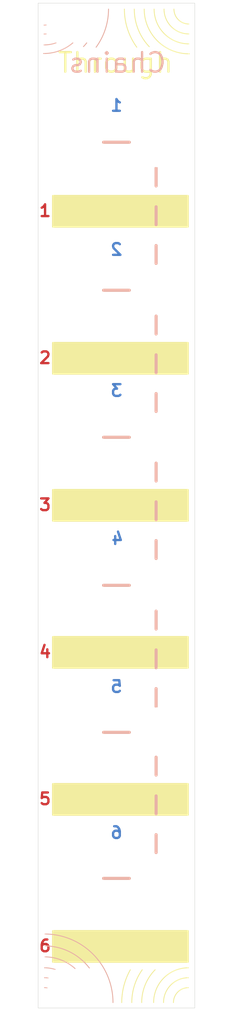
<source format=kicad_pcb>
(kicad_pcb (version 20171130) (host pcbnew "(5.1.4)-1")

  (general
    (thickness 1.6)
    (drawings 81)
    (tracks 0)
    (zones 0)
    (modules 14)
    (nets 1)
  )

  (page A4)
  (layers
    (0 F.Cu signal)
    (31 B.Cu signal)
    (32 B.Adhes user)
    (33 F.Adhes user)
    (34 B.Paste user)
    (35 F.Paste user)
    (36 B.SilkS user)
    (37 F.SilkS user)
    (38 B.Mask user)
    (39 F.Mask user)
    (40 Dwgs.User user)
    (41 Cmts.User user)
    (42 Eco1.User user)
    (43 Eco2.User user)
    (44 Edge.Cuts user)
    (45 Margin user)
    (46 B.CrtYd user)
    (47 F.CrtYd user)
    (48 B.Fab user)
    (49 F.Fab user)
  )

  (setup
    (last_trace_width 1)
    (trace_clearance 0.2)
    (zone_clearance 0.508)
    (zone_45_only no)
    (trace_min 0.2)
    (via_size 0.8)
    (via_drill 0.4)
    (via_min_size 0.4)
    (via_min_drill 0.3)
    (uvia_size 0.3)
    (uvia_drill 0.1)
    (uvias_allowed no)
    (uvia_min_size 0.2)
    (uvia_min_drill 0.1)
    (edge_width 0.05)
    (segment_width 0.2)
    (pcb_text_width 0.3)
    (pcb_text_size 1.5 1.5)
    (mod_edge_width 0.12)
    (mod_text_size 1 1)
    (mod_text_width 0.15)
    (pad_size 1.524 1.524)
    (pad_drill 0.762)
    (pad_to_mask_clearance 0.051)
    (solder_mask_min_width 0.25)
    (aux_axis_origin 0 0)
    (visible_elements 7FFFFFFF)
    (pcbplotparams
      (layerselection 0x010fc_ffffffff)
      (usegerberextensions false)
      (usegerberattributes true)
      (usegerberadvancedattributes false)
      (creategerberjobfile false)
      (excludeedgelayer true)
      (linewidth 0.100000)
      (plotframeref false)
      (viasonmask false)
      (mode 1)
      (useauxorigin false)
      (hpglpennumber 1)
      (hpglpenspeed 20)
      (hpglpendiameter 15.000000)
      (psnegative false)
      (psa4output false)
      (plotreference true)
      (plotvalue true)
      (plotinvisibletext false)
      (padsonsilk false)
      (subtractmaskfromsilk false)
      (outputformat 1)
      (mirror false)
      (drillshape 0)
      (scaleselection 1)
      (outputdirectory "panel/"))
  )

  (net 0 "")

  (net_class Default "This is the default net class."
    (clearance 0.2)
    (trace_width 1)
    (via_dia 0.8)
    (via_drill 0.4)
    (uvia_dia 0.3)
    (uvia_drill 0.1)
  )

  (module MountingHole:MountingHole_3.2mm_M3 (layer F.Cu) (tedit 5EE4C5D0) (tstamp 608E6AD0)
    (at 186.309 124.079)
    (descr "Mounting Hole 3.2mm, no annular, M3")
    (tags "mounting hole 3.2mm no annular m3")
    (attr virtual)
    (fp_text reference REF** (at 0 -4.2) (layer F.SilkS) hide
      (effects (font (size 1 1) (thickness 0.15)))
    )
    (fp_text value MountingHole_3.2mm_M3 (at 0 4.2) (layer F.Fab)
      (effects (font (size 1 1) (thickness 0.15)))
    )
    (fp_circle (center 0 0) (end 3.45 0) (layer F.CrtYd) (width 0.05))
    (fp_circle (center 0 0) (end 3.2 0) (layer Cmts.User) (width 0.15))
    (fp_text user %R (at 0.3 0) (layer F.Fab)
      (effects (font (size 1 1) (thickness 0.15)))
    )
    (pad "" np_thru_hole circle (at 0 0) (size 6.1 6.1) (drill 6.1) (layers *.Cu *.Mask))
  )

  (module MountingHole:MountingHole_3.2mm_M3 (layer F.Cu) (tedit 5EE4C5D0) (tstamp 608E44B6)
    (at 196.469 124.079)
    (descr "Mounting Hole 3.2mm, no annular, M3")
    (tags "mounting hole 3.2mm no annular m3")
    (attr virtual)
    (fp_text reference REF** (at 0 -4.2) (layer F.SilkS) hide
      (effects (font (size 1 1) (thickness 0.15)))
    )
    (fp_text value MountingHole_3.2mm_M3 (at 0 4.2) (layer F.Fab)
      (effects (font (size 1 1) (thickness 0.15)))
    )
    (fp_text user %R (at 0.3 0) (layer F.Fab)
      (effects (font (size 1 1) (thickness 0.15)))
    )
    (fp_circle (center 0 0) (end 3.2 0) (layer Cmts.User) (width 0.15))
    (fp_circle (center 0 0) (end 3.45 0) (layer F.CrtYd) (width 0.05))
    (pad "" np_thru_hole circle (at 0 0) (size 6.1 6.1) (drill 6.1) (layers *.Cu *.Mask))
  )

  (module MountingHole:MountingHole_3.2mm_M3 (layer F.Cu) (tedit 5EE4C5D0) (tstamp 608E439C)
    (at 186.309 105.283)
    (descr "Mounting Hole 3.2mm, no annular, M3")
    (tags "mounting hole 3.2mm no annular m3")
    (attr virtual)
    (fp_text reference REF** (at 0 -4.2) (layer F.SilkS) hide
      (effects (font (size 1 1) (thickness 0.15)))
    )
    (fp_text value MountingHole_3.2mm_M3 (at 0 4.2) (layer F.Fab)
      (effects (font (size 1 1) (thickness 0.15)))
    )
    (fp_text user %R (at 0.3 0) (layer F.Fab)
      (effects (font (size 1 1) (thickness 0.15)))
    )
    (fp_circle (center 0 0) (end 3.2 0) (layer Cmts.User) (width 0.15))
    (fp_circle (center 0 0) (end 3.45 0) (layer F.CrtYd) (width 0.05))
    (pad "" np_thru_hole circle (at 0 0) (size 6.1 6.1) (drill 6.1) (layers *.Cu *.Mask))
  )

  (module MountingHole:MountingHole_3.2mm_M3 (layer F.Cu) (tedit 5EE4C5D0) (tstamp 608E4395)
    (at 196.469 105.283)
    (descr "Mounting Hole 3.2mm, no annular, M3")
    (tags "mounting hole 3.2mm no annular m3")
    (attr virtual)
    (fp_text reference REF** (at 0 -4.2) (layer F.SilkS) hide
      (effects (font (size 1 1) (thickness 0.15)))
    )
    (fp_text value MountingHole_3.2mm_M3 (at 0 4.2) (layer F.Fab)
      (effects (font (size 1 1) (thickness 0.15)))
    )
    (fp_circle (center 0 0) (end 3.45 0) (layer F.CrtYd) (width 0.05))
    (fp_circle (center 0 0) (end 3.2 0) (layer Cmts.User) (width 0.15))
    (fp_text user %R (at 0.3 0) (layer F.Fab)
      (effects (font (size 1 1) (thickness 0.15)))
    )
    (pad "" np_thru_hole circle (at 0 0) (size 6.1 6.1) (drill 6.1) (layers *.Cu *.Mask))
  )

  (module MountingHole:MountingHole_3.2mm_M3 (layer F.Cu) (tedit 5EE4C5D0) (tstamp 608E429D)
    (at 186.309 86.487)
    (descr "Mounting Hole 3.2mm, no annular, M3")
    (tags "mounting hole 3.2mm no annular m3")
    (attr virtual)
    (fp_text reference REF** (at 0 -4.2) (layer F.SilkS) hide
      (effects (font (size 1 1) (thickness 0.15)))
    )
    (fp_text value MountingHole_3.2mm_M3 (at 0 4.2) (layer F.Fab)
      (effects (font (size 1 1) (thickness 0.15)))
    )
    (fp_circle (center 0 0) (end 3.45 0) (layer F.CrtYd) (width 0.05))
    (fp_circle (center 0 0) (end 3.2 0) (layer Cmts.User) (width 0.15))
    (fp_text user %R (at 0.3 0) (layer F.Fab)
      (effects (font (size 1 1) (thickness 0.15)))
    )
    (pad "" np_thru_hole circle (at 0 0) (size 6.1 6.1) (drill 6.1) (layers *.Cu *.Mask))
  )

  (module MountingHole:MountingHole_3.2mm_M3 (layer F.Cu) (tedit 5EE4C5D0) (tstamp 608E4296)
    (at 196.469 86.487)
    (descr "Mounting Hole 3.2mm, no annular, M3")
    (tags "mounting hole 3.2mm no annular m3")
    (attr virtual)
    (fp_text reference REF** (at 0 -4.2) (layer F.SilkS) hide
      (effects (font (size 1 1) (thickness 0.15)))
    )
    (fp_text value MountingHole_3.2mm_M3 (at 0 4.2) (layer F.Fab)
      (effects (font (size 1 1) (thickness 0.15)))
    )
    (fp_text user %R (at 0.3 0) (layer F.Fab)
      (effects (font (size 1 1) (thickness 0.15)))
    )
    (fp_circle (center 0 0) (end 3.2 0) (layer Cmts.User) (width 0.15))
    (fp_circle (center 0 0) (end 3.45 0) (layer F.CrtYd) (width 0.05))
    (pad "" np_thru_hole circle (at 0 0) (size 6.1 6.1) (drill 6.1) (layers *.Cu *.Mask))
  )

  (module MountingHole:MountingHole_3.2mm_M3 (layer F.Cu) (tedit 5EE4C5D0) (tstamp 608E41DB)
    (at 196.469 67.691)
    (descr "Mounting Hole 3.2mm, no annular, M3")
    (tags "mounting hole 3.2mm no annular m3")
    (attr virtual)
    (fp_text reference REF** (at 0 -4.2) (layer F.SilkS) hide
      (effects (font (size 1 1) (thickness 0.15)))
    )
    (fp_text value MountingHole_3.2mm_M3 (at 0 4.2) (layer F.Fab)
      (effects (font (size 1 1) (thickness 0.15)))
    )
    (fp_circle (center 0 0) (end 3.45 0) (layer F.CrtYd) (width 0.05))
    (fp_circle (center 0 0) (end 3.2 0) (layer Cmts.User) (width 0.15))
    (fp_text user %R (at 0.3 0) (layer F.Fab)
      (effects (font (size 1 1) (thickness 0.15)))
    )
    (pad "" np_thru_hole circle (at 0 0) (size 6.1 6.1) (drill 6.1) (layers *.Cu *.Mask))
  )

  (module MountingHole:MountingHole_3.2mm_M3 (layer F.Cu) (tedit 5EE4C5D0) (tstamp 608E41D4)
    (at 186.309 67.691)
    (descr "Mounting Hole 3.2mm, no annular, M3")
    (tags "mounting hole 3.2mm no annular m3")
    (attr virtual)
    (fp_text reference REF** (at 0 -4.2) (layer F.SilkS) hide
      (effects (font (size 1 1) (thickness 0.15)))
    )
    (fp_text value MountingHole_3.2mm_M3 (at 0 4.2) (layer F.Fab)
      (effects (font (size 1 1) (thickness 0.15)))
    )
    (fp_text user %R (at 0.3 0) (layer F.Fab)
      (effects (font (size 1 1) (thickness 0.15)))
    )
    (fp_circle (center 0 0) (end 3.2 0) (layer Cmts.User) (width 0.15))
    (fp_circle (center 0 0) (end 3.45 0) (layer F.CrtYd) (width 0.05))
    (pad "" np_thru_hole circle (at 0 0) (size 6.1 6.1) (drill 6.1) (layers *.Cu *.Mask))
  )

  (module MountingHole:MountingHole_3.2mm_M3 (layer F.Cu) (tedit 5EE4C5D0) (tstamp 608E4135)
    (at 196.469 48.895)
    (descr "Mounting Hole 3.2mm, no annular, M3")
    (tags "mounting hole 3.2mm no annular m3")
    (attr virtual)
    (fp_text reference REF** (at 0 -4.2) (layer F.SilkS) hide
      (effects (font (size 1 1) (thickness 0.15)))
    )
    (fp_text value MountingHole_3.2mm_M3 (at 0 4.2) (layer F.Fab)
      (effects (font (size 1 1) (thickness 0.15)))
    )
    (fp_text user %R (at 0.3 0) (layer F.Fab)
      (effects (font (size 1 1) (thickness 0.15)))
    )
    (fp_circle (center 0 0) (end 3.2 0) (layer Cmts.User) (width 0.15))
    (fp_circle (center 0 0) (end 3.45 0) (layer F.CrtYd) (width 0.05))
    (pad "" np_thru_hole circle (at 0 0) (size 6.1 6.1) (drill 6.1) (layers *.Cu *.Mask))
  )

  (module MountingHole:MountingHole_3.2mm_M3 (layer F.Cu) (tedit 5EE4C5D0) (tstamp 608E412E)
    (at 186.309 48.895)
    (descr "Mounting Hole 3.2mm, no annular, M3")
    (tags "mounting hole 3.2mm no annular m3")
    (attr virtual)
    (fp_text reference REF** (at 0 -4.2) (layer F.SilkS) hide
      (effects (font (size 1 1) (thickness 0.15)))
    )
    (fp_text value MountingHole_3.2mm_M3 (at 0 4.2) (layer F.Fab)
      (effects (font (size 1 1) (thickness 0.15)))
    )
    (fp_circle (center 0 0) (end 3.45 0) (layer F.CrtYd) (width 0.05))
    (fp_circle (center 0 0) (end 3.2 0) (layer Cmts.User) (width 0.15))
    (fp_text user %R (at 0.3 0) (layer F.Fab)
      (effects (font (size 1 1) (thickness 0.15)))
    )
    (pad "" np_thru_hole circle (at 0 0) (size 6.1 6.1) (drill 6.1) (layers *.Cu *.Mask))
  )

  (module MountingHole:MountingHole_3.2mm_M3 (layer F.Cu) (tedit 5EE4C5D0) (tstamp 608E40F7)
    (at 196.469 30.099)
    (descr "Mounting Hole 3.2mm, no annular, M3")
    (tags "mounting hole 3.2mm no annular m3")
    (attr virtual)
    (fp_text reference REF** (at 0 -4.2) (layer F.SilkS) hide
      (effects (font (size 1 1) (thickness 0.15)))
    )
    (fp_text value MountingHole_3.2mm_M3 (at 0 4.2) (layer F.Fab)
      (effects (font (size 1 1) (thickness 0.15)))
    )
    (fp_circle (center 0 0) (end 3.45 0) (layer F.CrtYd) (width 0.05))
    (fp_circle (center 0 0) (end 3.2 0) (layer Cmts.User) (width 0.15))
    (fp_text user %R (at 0.3 0) (layer F.Fab)
      (effects (font (size 1 1) (thickness 0.15)))
    )
    (pad "" np_thru_hole circle (at 0 0) (size 6.1 6.1) (drill 6.1) (layers *.Cu *.Mask))
  )

  (module MountingHole:MountingHole_3.2mm_M3 (layer F.Cu) (tedit 5EE4C5D0) (tstamp 608E31FF)
    (at 186.309 30.099)
    (descr "Mounting Hole 3.2mm, no annular, M3")
    (tags "mounting hole 3.2mm no annular m3")
    (attr virtual)
    (fp_text reference REF** (at 0 -4.2) (layer F.SilkS) hide
      (effects (font (size 1 1) (thickness 0.15)))
    )
    (fp_text value MountingHole_3.2mm_M3 (at 0 4.2) (layer F.Fab)
      (effects (font (size 1 1) (thickness 0.15)))
    )
    (fp_text user %R (at 0.3 0) (layer F.Fab)
      (effects (font (size 1 1) (thickness 0.15)))
    )
    (fp_circle (center 0 0) (end 3.2 0) (layer Cmts.User) (width 0.15))
    (fp_circle (center 0 0) (end 3.45 0) (layer F.CrtYd) (width 0.05))
    (pad "" np_thru_hole circle (at 0 0) (size 6.1 6.1) (drill 6.1) (layers *.Cu *.Mask))
  )

  (module MountingHole:MountingHole_3.2mm_M3 (layer F.Cu) (tedit 5F1D8352) (tstamp 608E2E4E)
    (at 186.0042 137.668)
    (descr "Mounting Hole 3.2mm, no annular, M3")
    (tags "mounting hole 3.2mm no annular m3")
    (attr virtual)
    (fp_text reference REF** (at 0 -4.2) (layer F.SilkS) hide
      (effects (font (size 1 1) (thickness 0.15)))
    )
    (fp_text value MountingHole_3.2mm_M3 (at 0 4.2) (layer F.Fab)
      (effects (font (size 1 1) (thickness 0.15)))
    )
    (fp_text user %R (at 0.3 0) (layer F.Fab)
      (effects (font (size 1 1) (thickness 0.15)))
    )
    (fp_circle (center 0 0) (end 3.2 0) (layer Cmts.User) (width 0.15))
    (fp_circle (center 0 0) (end 3.45 0) (layer F.CrtYd) (width 0.05))
    (pad "" np_thru_hole oval (at 0 0) (size 6.4 3.2) (drill oval 6.4 3.2) (layers *.Cu *.Mask))
  )

  (module MountingHole:MountingHole_3.2mm_M3 (layer F.Cu) (tedit 5F1D8352) (tstamp 608E2E47)
    (at 185.9534 15.2654)
    (descr "Mounting Hole 3.2mm, no annular, M3")
    (tags "mounting hole 3.2mm no annular m3")
    (attr virtual)
    (fp_text reference REF** (at 0 -4.2) (layer F.SilkS) hide
      (effects (font (size 1 1) (thickness 0.15)))
    )
    (fp_text value MountingHole_3.2mm_M3 (at 0 4.2) (layer F.Fab)
      (effects (font (size 1 1) (thickness 0.15)))
    )
    (fp_circle (center 0 0) (end 3.45 0) (layer F.CrtYd) (width 0.05))
    (fp_circle (center 0 0) (end 3.2 0) (layer Cmts.User) (width 0.15))
    (fp_text user %R (at 0.3 0) (layer F.Fab)
      (effects (font (size 1 1) (thickness 0.15)))
    )
    (pad "" np_thru_hole oval (at 0 0) (size 6.4 3.2) (drill oval 6.4 3.2) (layers *.Cu *.Mask))
  )

  (gr_arc (start 182.118 12.954) (end 187.579 17.272) (angle 5.197874392) (layer B.SilkS) (width 0.12) (tstamp 608E8186))
  (gr_arc (start 182.118 12.954) (end 185.801 17.272) (angle 41.09883842) (layer B.SilkS) (width 0.12) (tstamp 6091AAD2))
  (gr_line (start 196.469 120.777) (end 196.469 118.491) (layer B.SilkS) (width 0.4) (tstamp 608E818F))
  (gr_line (start 196.469 110.871) (end 196.469 108.585) (layer B.SilkS) (width 0.4) (tstamp 608E818E))
  (gr_line (start 196.469 115.824) (end 196.469 113.538) (layer B.SilkS) (width 0.4) (tstamp 608E818D))
  (gr_line (start 189.738 67.691) (end 193.04 67.691) (layer B.SilkS) (width 0.4) (tstamp 608E818C))
  (gr_line (start 189.738 124.079) (end 193.04 124.079) (layer B.SilkS) (width 0.4) (tstamp 608E818B))
  (gr_line (start 189.738 86.614) (end 193.04 86.614) (layer B.SilkS) (width 0.4) (tstamp 608E818A))
  (gr_line (start 189.738 105.41) (end 193.04 105.41) (layer B.SilkS) (width 0.4) (tstamp 608E8189))
  (gr_line (start 189.738 48.895) (end 193.04 48.895) (layer B.SilkS) (width 0.4) (tstamp 608E8188))
  (gr_line (start 189.738 29.972) (end 193.04 29.972) (layer B.SilkS) (width 0.4) (tstamp 608E8187))
  (gr_arc (start 182.1815 139.954) (end 182.245 134.112) (angle 41.27121722) (layer B.SilkS) (width 0.12) (tstamp 608E8185))
  (gr_arc (start 182.1815 139.954) (end 182.1815 135.509) (angle 17.65012422) (layer B.SilkS) (width 0.12) (tstamp 608E8184))
  (gr_arc (start 182.1815 139.954) (end 182.245 132.715) (angle 51.9288263) (layer B.SilkS) (width 0.12) (tstamp 608E8183))
  (gr_arc (start 182.1815 139.954) (end 182.245 131.191) (angle 89.58482046) (layer B.SilkS) (width 0.12) (tstamp 608E8182))
  (gr_arc (start 182.1815 139.954) (end 182.1815 138.049) (angle 9.462322208) (layer B.SilkS) (width 0.12) (tstamp 608E8181))
  (gr_arc (start 182.118 12.954) (end 182.372 16.129) (angle 4.57392126) (layer B.SilkS) (width 0.12) (tstamp 608E8180))
  (gr_arc (start 182.118 12.954) (end 190.373 12.954) (angle 36.15818544) (layer B.SilkS) (width 0.12) (tstamp 608E817F))
  (gr_arc (start 182.118 12.954) (end 183.642 17.272) (angle 19.44003483) (layer B.SilkS) (width 0.12) (tstamp 608E817E))
  (gr_arc (start 182.118 12.954) (end 182.372 14.986) (angle 7.125016349) (layer B.SilkS) (width 0.12) (tstamp 608E817C))
  (gr_arc (start 182.1815 139.954) (end 182.1815 136.779) (angle 7.969610394) (layer B.SilkS) (width 0.12) (tstamp 608E817B))
  (gr_line (start 196.469 35.56) (end 196.469 33.274) (layer B.SilkS) (width 0.4) (tstamp 608E817A))
  (gr_line (start 196.469 64.389) (end 196.469 62.103) (layer B.SilkS) (width 0.4) (tstamp 608E8179))
  (gr_text 2 (at 191.389 43.688) (layer B.Mask) (tstamp 608E8178)
    (effects (font (size 1.5 1.5) (thickness 0.3)) (justify mirror))
  )
  (gr_text 4 (at 191.516 80.645) (layer B.Cu) (tstamp 608E8177)
    (effects (font (size 1.5 1.5) (thickness 0.3)) (justify mirror))
  )
  (gr_text Chains (at 191.516 19.812) (layer B.SilkS) (tstamp 608E8176)
    (effects (font (size 2.5 2.5) (thickness 0.3)) (justify mirror))
  )
  (gr_text 3 (at 191.389 61.722) (layer B.Cu) (tstamp 608E8175)
    (effects (font (size 1.5 1.5) (thickness 0.3)) (justify mirror))
  )
  (gr_text 6 (at 191.389 118.237) (layer B.Cu) (tstamp 608E8174)
    (effects (font (size 1.5 1.5) (thickness 0.3)) (justify mirror))
  )
  (gr_text 4 (at 191.516 80.645) (layer B.Mask) (tstamp 608E8173)
    (effects (font (size 1.5 1.5) (thickness 0.3)) (justify mirror))
  )
  (gr_text 6 (at 191.389 118.237) (layer B.Mask) (tstamp 608E8172)
    (effects (font (size 1.5 1.5) (thickness 0.3)) (justify mirror))
  )
  (gr_text 5 (at 191.389 99.568) (layer B.Mask) (tstamp 608E8171)
    (effects (font (size 1.5 1.5) (thickness 0.3)) (justify mirror))
  )
  (gr_text 5 (at 191.389 99.568) (layer B.Cu) (tstamp 608E8170)
    (effects (font (size 1.5 1.5) (thickness 0.3)) (justify mirror))
  )
  (gr_text 2 (at 191.389 43.688) (layer B.Cu) (tstamp 608E816F)
    (effects (font (size 1.5 1.5) (thickness 0.3)) (justify mirror))
  )
  (gr_text 1 (at 191.389 25.273) (layer B.Cu) (tstamp 608E816E)
    (effects (font (size 1.5 1.5) (thickness 0.3)) (justify mirror))
  )
  (gr_text 1 (at 191.389 25.273) (layer B.Mask) (tstamp 608E816D)
    (effects (font (size 1.5 1.5) (thickness 0.3)) (justify mirror))
  )
  (gr_text 3 (at 191.389 61.722) (layer B.Mask) (tstamp 608E816C)
    (effects (font (size 1.5 1.5) (thickness 0.3)) (justify mirror))
  )
  (gr_line (start 196.469 45.466) (end 196.469 43.18) (layer B.SilkS) (width 0.4) (tstamp 608E816B))
  (gr_line (start 196.469 40.513) (end 196.469 38.227) (layer B.SilkS) (width 0.4) (tstamp 608E816A))
  (gr_line (start 196.469 83.185) (end 196.469 80.899) (layer B.SilkS) (width 0.4) (tstamp 608E8169))
  (gr_line (start 196.469 97.155) (end 196.469 94.869) (layer B.SilkS) (width 0.4) (tstamp 608E8168))
  (gr_line (start 196.469 73.279) (end 196.469 70.993) (layer B.SilkS) (width 0.4) (tstamp 608E8167))
  (gr_line (start 196.469 54.483) (end 196.469 52.197) (layer B.SilkS) (width 0.4) (tstamp 608E8166))
  (gr_line (start 196.469 78.232) (end 196.469 75.946) (layer B.SilkS) (width 0.4) (tstamp 608E8165))
  (gr_line (start 196.469 92.202) (end 196.469 89.916) (layer B.SilkS) (width 0.4) (tstamp 608E8164))
  (gr_line (start 196.469 102.108) (end 196.469 99.822) (layer B.SilkS) (width 0.4) (tstamp 608E8163))
  (gr_line (start 196.469 59.436) (end 196.469 57.15) (layer B.SilkS) (width 0.4) (tstamp 608E8162))
  (gr_line (start 193.04 124.079) (end 189.738 124.079) (layer F.SilkS) (width 0.4) (tstamp 608E72C8))
  (gr_line (start 193.04 105.41) (end 189.738 105.41) (layer F.SilkS) (width 0.4) (tstamp 608E72C6))
  (gr_line (start 193.04 86.614) (end 189.738 86.614) (layer F.SilkS) (width 0.4) (tstamp 608E72C4))
  (gr_line (start 193.04 67.691) (end 189.738 67.691) (layer F.SilkS) (width 0.4) (tstamp 608E72C2))
  (gr_line (start 193.04 48.895) (end 189.738 48.895) (layer F.SilkS) (width 0.4) (tstamp 608E72C0))
  (gr_line (start 193.04 29.972) (end 189.738 29.972) (layer F.SilkS) (width 0.4))
  (gr_text 6 (at 182.245 132.715) (layer F.Cu) (tstamp 608E5138)
    (effects (font (size 1.5 1.5) (thickness 0.3)))
  )
  (gr_text 6 (at 182.245 132.715) (layer F.Mask) (tstamp 608E5137)
    (effects (font (size 1.5 1.5) (thickness 0.3)))
  )
  (gr_text 5 (at 182.245 113.919) (layer F.Mask) (tstamp 608E5132)
    (effects (font (size 1.5 1.5) (thickness 0.3)))
  )
  (gr_text 5 (at 182.245 113.919) (layer F.Cu) (tstamp 608E5131)
    (effects (font (size 1.5 1.5) (thickness 0.3)))
  )
  (gr_text 4 (at 182.245 95.123) (layer F.Mask) (tstamp 608E512C)
    (effects (font (size 1.5 1.5) (thickness 0.3)))
  )
  (gr_text 4 (at 182.245 95.123) (layer F.Cu) (tstamp 608E512B)
    (effects (font (size 1.5 1.5) (thickness 0.3)))
  )
  (gr_text 3 (at 182.245 76.327) (layer F.Cu) (tstamp 608E5126)
    (effects (font (size 1.5 1.5) (thickness 0.3)))
  )
  (gr_text 3 (at 182.245 76.327) (layer F.Mask) (tstamp 608E5125)
    (effects (font (size 1.5 1.5) (thickness 0.3)))
  )
  (gr_text 2 (at 182.245 57.531) (layer F.Mask) (tstamp 608E511D)
    (effects (font (size 1.5 1.5) (thickness 0.3)))
  )
  (gr_text 2 (at 182.245 57.531) (layer F.Cu) (tstamp 608E511C)
    (effects (font (size 1.5 1.5) (thickness 0.3)))
  )
  (gr_text 1 (at 182.245 38.735) (layer F.Mask) (tstamp 608E4D25)
    (effects (font (size 1.5 1.5) (thickness 0.3)))
  )
  (gr_text 1 (at 182.245 38.735) (layer F.Cu) (tstamp 608E4D22)
    (effects (font (size 1.5 1.5) (thickness 0.3)))
  )
  (gr_text Through (at 191.262 19.812) (layer F.SilkS) (tstamp 608E31EB)
    (effects (font (size 2.5 2.5) (thickness 0.3)))
  )
  (gr_arc (start 200.66 12.954) (end 194.945 12.954) (angle -90.63659358) (layer F.SilkS) (width 0.12) (tstamp 608E2FC2))
  (gr_arc (start 200.5965 139.954) (end 200.5965 136.779) (angle -90) (layer F.SilkS) (width 0.12) (tstamp 608E2FC1))
  (gr_arc (start 200.5965 139.954) (end 196.342 135.763) (angle -44.56921278) (layer F.SilkS) (width 0.12) (tstamp 608E2FC0))
  (gr_arc (start 200.5965 139.954) (end 200.5965 135.509) (angle -90) (layer F.SilkS) (width 0.12) (tstamp 608E2FBF))
  (gr_arc (start 200.66 12.954) (end 196.215 12.954) (angle -90) (layer F.SilkS) (width 0.12) (tstamp 608E2FBE))
  (gr_arc (start 200.5965 139.954) (end 200.5965 138.049) (angle -90) (layer F.SilkS) (width 0.12) (tstamp 608E2FBD))
  (gr_arc (start 200.5965 139.954) (end 193.167 135.763) (angle -29.4274564) (layer F.SilkS) (width 0.12) (tstamp 608E2FBC))
  (gr_line (start 201.422 140.6525) (end 181.356 140.6525) (layer Edge.Cuts) (width 0.05) (tstamp 608E2FBB))
  (gr_arc (start 200.5965 139.954) (end 194.691 135.763) (angle -35.36246189) (layer F.SilkS) (width 0.12) (tstamp 608E2FBA))
  (gr_arc (start 200.66 12.954) (end 198.755 12.954) (angle -90) (layer F.SilkS) (width 0.12) (tstamp 608E2FB9))
  (gr_arc (start 200.66 12.954) (end 193.675 12.954) (angle -43.53119929) (layer F.SilkS) (width 0.12) (tstamp 608E2FB8))
  (gr_line (start 201.422 140.6525) (end 201.422 12.192) (layer Edge.Cuts) (width 0.05) (tstamp 608E2E78))
  (gr_line (start 201.422 12.192) (end 181.356 12.192) (layer Edge.Cuts) (width 0.05) (tstamp 608E2E76))
  (gr_line (start 181.356 140.6525) (end 181.356 12.192) (layer Edge.Cuts) (width 0.05) (tstamp 608E2E75))
  (gr_arc (start 200.66 12.954) (end 197.485 12.954) (angle -90) (layer F.SilkS) (width 0.12) (tstamp 608E2E43))
  (gr_arc (start 200.66 12.954) (end 192.405 12.954) (angle -36.15818544) (layer F.SilkS) (width 0.12) (tstamp 608E2E40))

  (zone (net 0) (net_name "") (layer F.SilkS) (tstamp 6091A990) (hatch edge 0.508)
    (connect_pads (clearance 0.508))
    (min_thickness 0.254)
    (fill yes (arc_segments 32) (thermal_gap 0.508) (thermal_bridge_width 0.508))
    (polygon
      (pts
        (xy 183.134 36.703) (xy 183.134 40.894) (xy 200.66 40.894) (xy 200.66 36.703)
      )
    )
    (filled_polygon
      (pts
        (xy 200.533 40.767) (xy 183.261 40.767) (xy 183.261 36.83) (xy 200.533 36.83)
      )
    )
  )
  (zone (net 0) (net_name "") (layer F.SilkS) (tstamp 6091A98D) (hatch edge 0.508)
    (connect_pads (clearance 0.508))
    (min_thickness 0.254)
    (fill yes (arc_segments 32) (thermal_gap 0.508) (thermal_bridge_width 0.508))
    (polygon
      (pts
        (xy 183.134 55.499) (xy 183.134 59.69) (xy 200.66 59.69) (xy 200.66 55.499)
      )
    )
    (filled_polygon
      (pts
        (xy 200.533 59.563) (xy 183.261 59.563) (xy 183.261 55.626) (xy 200.533 55.626)
      )
    )
  )
  (zone (net 0) (net_name "") (layer F.SilkS) (tstamp 6091A98A) (hatch edge 0.508)
    (connect_pads (clearance 0.508))
    (min_thickness 0.254)
    (fill yes (arc_segments 32) (thermal_gap 0.508) (thermal_bridge_width 0.508))
    (polygon
      (pts
        (xy 183.134 74.295) (xy 183.134 78.486) (xy 200.66 78.486) (xy 200.66 74.295)
      )
    )
    (filled_polygon
      (pts
        (xy 200.533 78.359) (xy 183.261 78.359) (xy 183.261 74.422) (xy 200.533 74.422)
      )
    )
  )
  (zone (net 0) (net_name "") (layer F.SilkS) (tstamp 6091A987) (hatch edge 0.508)
    (connect_pads (clearance 0.508))
    (min_thickness 0.254)
    (fill yes (arc_segments 32) (thermal_gap 0.508) (thermal_bridge_width 0.508))
    (polygon
      (pts
        (xy 183.134 93.091) (xy 183.134 97.282) (xy 200.66 97.282) (xy 200.66 93.091)
      )
    )
    (filled_polygon
      (pts
        (xy 200.533 97.155) (xy 183.261 97.155) (xy 183.261 93.218) (xy 200.533 93.218)
      )
    )
  )
  (zone (net 0) (net_name "") (layer F.SilkS) (tstamp 6091A984) (hatch edge 0.508)
    (connect_pads (clearance 0.508))
    (min_thickness 0.254)
    (fill yes (arc_segments 32) (thermal_gap 0.508) (thermal_bridge_width 0.508))
    (polygon
      (pts
        (xy 183.134 111.887) (xy 183.134 116.078) (xy 200.66 116.078) (xy 200.66 111.887)
      )
    )
    (filled_polygon
      (pts
        (xy 200.533 115.951) (xy 183.261 115.951) (xy 183.261 112.014) (xy 200.533 112.014)
      )
    )
  )
  (zone (net 0) (net_name "") (layer F.SilkS) (tstamp 6091A981) (hatch edge 0.508)
    (connect_pads (clearance 0.508))
    (min_thickness 0.254)
    (fill yes (arc_segments 32) (thermal_gap 0.508) (thermal_bridge_width 0.508))
    (polygon
      (pts
        (xy 183.134 130.683) (xy 183.134 134.874) (xy 200.66 134.874) (xy 200.66 130.683)
      )
    )
    (filled_polygon
      (pts
        (xy 200.533 134.747) (xy 183.261 134.747) (xy 183.261 130.81) (xy 200.533 130.81)
      )
    )
  )
)

</source>
